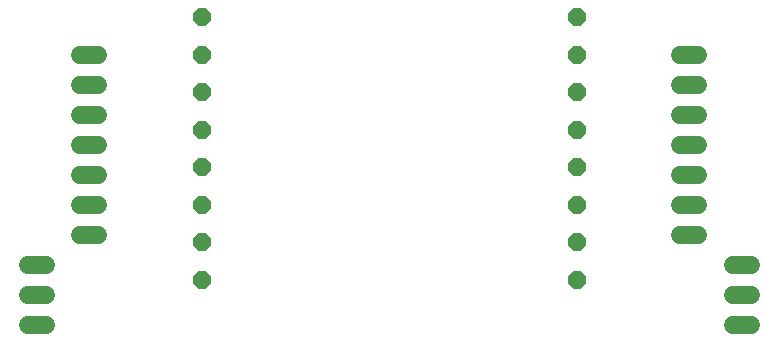
<source format=gbr>
G04 EAGLE Gerber RS-274X export*
G75*
%MOMM*%
%FSLAX34Y34*%
%LPD*%
%INBottom Copper*%
%IPPOS*%
%AMOC8*
5,1,8,0,0,1.08239X$1,22.5*%
G01*
%ADD10C,1.524000*%
%ADD11P,1.649562X8X22.500000*%


D10*
X74930Y266700D02*
X90170Y266700D01*
X90170Y241300D02*
X74930Y241300D01*
X74930Y215900D02*
X90170Y215900D01*
X90170Y190500D02*
X74930Y190500D01*
X74930Y165100D02*
X90170Y165100D01*
X90170Y139700D02*
X74930Y139700D01*
X74930Y114300D02*
X90170Y114300D01*
D11*
X177800Y139700D03*
X177800Y107950D03*
X177800Y76200D03*
X495300Y76200D03*
X495300Y107950D03*
X495300Y139700D03*
X495300Y171450D03*
X495300Y203200D03*
X495300Y234950D03*
X495300Y266700D03*
D10*
X582930Y266700D02*
X598170Y266700D01*
X598170Y241300D02*
X582930Y241300D01*
X582930Y215900D02*
X598170Y215900D01*
X598170Y190500D02*
X582930Y190500D01*
X582930Y165100D02*
X598170Y165100D01*
X598170Y139700D02*
X582930Y139700D01*
X582930Y114300D02*
X598170Y114300D01*
D11*
X495300Y298450D03*
D10*
X627380Y88900D02*
X642620Y88900D01*
X642620Y63500D02*
X627380Y63500D01*
X627380Y38100D02*
X642620Y38100D01*
X45720Y88900D02*
X30480Y88900D01*
X30480Y63500D02*
X45720Y63500D01*
X45720Y38100D02*
X30480Y38100D01*
D11*
X177800Y298450D03*
X177800Y266700D03*
X177800Y234950D03*
X177800Y203200D03*
X177800Y171450D03*
M02*

</source>
